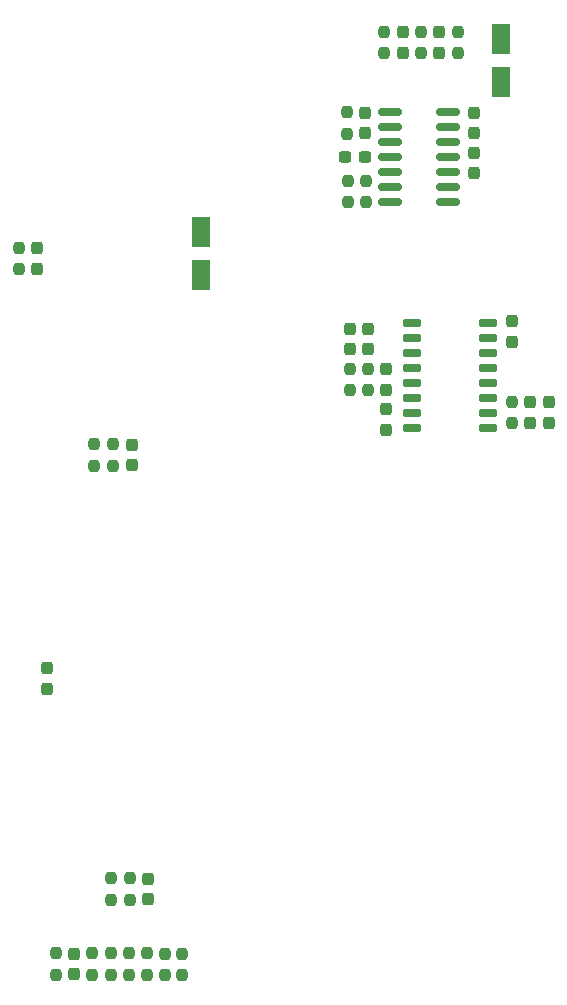
<source format=gbr>
%TF.GenerationSoftware,KiCad,Pcbnew,6.0.7+dfsg-1~bpo11+1*%
%TF.CreationDate,2022-10-24T23:46:05+08:00*%
%TF.ProjectId,MiniDelay,4d696e69-4465-46c6-9179-2e6b69636164,rev?*%
%TF.SameCoordinates,Original*%
%TF.FileFunction,Paste,Bot*%
%TF.FilePolarity,Positive*%
%FSLAX46Y46*%
G04 Gerber Fmt 4.6, Leading zero omitted, Abs format (unit mm)*
G04 Created by KiCad (PCBNEW 6.0.7+dfsg-1~bpo11+1) date 2022-10-24 23:46:05*
%MOMM*%
%LPD*%
G01*
G04 APERTURE LIST*
G04 Aperture macros list*
%AMRoundRect*
0 Rectangle with rounded corners*
0 $1 Rounding radius*
0 $2 $3 $4 $5 $6 $7 $8 $9 X,Y pos of 4 corners*
0 Add a 4 corners polygon primitive as box body*
4,1,4,$2,$3,$4,$5,$6,$7,$8,$9,$2,$3,0*
0 Add four circle primitives for the rounded corners*
1,1,$1+$1,$2,$3*
1,1,$1+$1,$4,$5*
1,1,$1+$1,$6,$7*
1,1,$1+$1,$8,$9*
0 Add four rect primitives between the rounded corners*
20,1,$1+$1,$2,$3,$4,$5,0*
20,1,$1+$1,$4,$5,$6,$7,0*
20,1,$1+$1,$6,$7,$8,$9,0*
20,1,$1+$1,$8,$9,$2,$3,0*%
G04 Aperture macros list end*
%ADD10RoundRect,0.237500X-0.237500X0.250000X-0.237500X-0.250000X0.237500X-0.250000X0.237500X0.250000X0*%
%ADD11RoundRect,0.237500X-0.237500X0.300000X-0.237500X-0.300000X0.237500X-0.300000X0.237500X0.300000X0*%
%ADD12RoundRect,0.237500X-0.300000X-0.237500X0.300000X-0.237500X0.300000X0.237500X-0.300000X0.237500X0*%
%ADD13RoundRect,0.237500X0.237500X-0.250000X0.237500X0.250000X-0.237500X0.250000X-0.237500X-0.250000X0*%
%ADD14RoundRect,0.237500X0.237500X-0.300000X0.237500X0.300000X-0.237500X0.300000X-0.237500X-0.300000X0*%
%ADD15RoundRect,0.250000X0.550000X-1.050000X0.550000X1.050000X-0.550000X1.050000X-0.550000X-1.050000X0*%
%ADD16RoundRect,0.150000X0.650000X0.150000X-0.650000X0.150000X-0.650000X-0.150000X0.650000X-0.150000X0*%
%ADD17RoundRect,0.250000X-0.550000X1.050000X-0.550000X-1.050000X0.550000X-1.050000X0.550000X1.050000X0*%
%ADD18RoundRect,0.150000X0.825000X0.150000X-0.825000X0.150000X-0.825000X-0.150000X0.825000X-0.150000X0*%
G04 APERTURE END LIST*
D10*
%TO.C,R14*%
X140550000Y-101412500D03*
X140550000Y-103237500D03*
%TD*%
D11*
%TO.C,C22*%
X141800000Y-79737500D03*
X141800000Y-81462500D03*
%TD*%
D10*
%TO.C,R3*%
X120265000Y-150897500D03*
X120265000Y-152722500D03*
%TD*%
D11*
%TO.C,C19*%
X142075000Y-98037500D03*
X142075000Y-99762500D03*
%TD*%
D10*
%TO.C,R17*%
X118735000Y-150887500D03*
X118735000Y-152712500D03*
%TD*%
D12*
%TO.C,C4*%
X140112500Y-83475000D03*
X141837500Y-83475000D03*
%TD*%
D13*
%TO.C,R19*%
X140400000Y-87312500D03*
X140400000Y-85487500D03*
%TD*%
D10*
%TO.C,R6*%
X124835000Y-150917500D03*
X124835000Y-152742500D03*
%TD*%
D11*
%TO.C,C6*%
X151000000Y-79737500D03*
X151000000Y-81462500D03*
%TD*%
D14*
%TO.C,C10*%
X114050000Y-92925000D03*
X114050000Y-91200000D03*
%TD*%
%TO.C,C13*%
X143600000Y-106562500D03*
X143600000Y-104837500D03*
%TD*%
D13*
%TO.C,R5*%
X154250000Y-106025000D03*
X154250000Y-104200000D03*
%TD*%
D11*
%TO.C,C20*%
X148100000Y-72937500D03*
X148100000Y-74662500D03*
%TD*%
D13*
%TO.C,R11*%
X121875000Y-146375000D03*
X121875000Y-144550000D03*
%TD*%
D14*
%TO.C,C3*%
X114920000Y-128490000D03*
X114920000Y-126765000D03*
%TD*%
D10*
%TO.C,R10*%
X118900000Y-107787500D03*
X118900000Y-109612500D03*
%TD*%
D14*
%TO.C,C11*%
X143600000Y-103187500D03*
X143600000Y-101462500D03*
%TD*%
D13*
%TO.C,R2*%
X120325000Y-146387500D03*
X120325000Y-144562500D03*
%TD*%
D10*
%TO.C,R18*%
X121795000Y-150907500D03*
X121795000Y-152732500D03*
%TD*%
D11*
%TO.C,C5*%
X117205000Y-150937500D03*
X117205000Y-152662500D03*
%TD*%
D13*
%TO.C,R4*%
X123315000Y-152732500D03*
X123315000Y-150907500D03*
%TD*%
%TO.C,R21*%
X140300000Y-81512500D03*
X140300000Y-79687500D03*
%TD*%
D10*
%TO.C,R1*%
X115675000Y-150887500D03*
X115675000Y-152712500D03*
%TD*%
D13*
%TO.C,R9*%
X126350000Y-152762500D03*
X126350000Y-150937500D03*
%TD*%
D10*
%TO.C,R20*%
X141900000Y-85487500D03*
X141900000Y-87312500D03*
%TD*%
D14*
%TO.C,C21*%
X140555000Y-99762500D03*
X140555000Y-98037500D03*
%TD*%
D11*
%TO.C,C9*%
X157350000Y-104237500D03*
X157350000Y-105962500D03*
%TD*%
D10*
%TO.C,R16*%
X112525000Y-91162500D03*
X112525000Y-92987500D03*
%TD*%
D15*
%TO.C,C7*%
X127925000Y-93450000D03*
X127925000Y-89850000D03*
%TD*%
D13*
%TO.C,R7*%
X142075000Y-103237500D03*
X142075000Y-101412500D03*
%TD*%
D11*
%TO.C,C8*%
X155800000Y-104250000D03*
X155800000Y-105975000D03*
%TD*%
D10*
%TO.C,R12*%
X146575000Y-72875000D03*
X146575000Y-74700000D03*
%TD*%
D16*
%TO.C,U2*%
X152250000Y-97555000D03*
X152250000Y-98825000D03*
X152250000Y-100095000D03*
X152250000Y-101365000D03*
X152250000Y-102635000D03*
X152250000Y-103905000D03*
X152250000Y-105175000D03*
X152250000Y-106445000D03*
X145750000Y-106445000D03*
X145750000Y-105175000D03*
X145750000Y-103905000D03*
X145750000Y-102635000D03*
X145750000Y-101365000D03*
X145750000Y-100095000D03*
X145750000Y-98825000D03*
X145750000Y-97555000D03*
%TD*%
D17*
%TO.C,C18*%
X153300000Y-73500000D03*
X153300000Y-77100000D03*
%TD*%
D18*
%TO.C,U1*%
X148875000Y-79665000D03*
X148875000Y-80935000D03*
X148875000Y-82205000D03*
X148875000Y-83475000D03*
X148875000Y-84745000D03*
X148875000Y-86015000D03*
X148875000Y-87285000D03*
X143925000Y-87285000D03*
X143925000Y-86015000D03*
X143925000Y-84745000D03*
X143925000Y-83475000D03*
X143925000Y-82205000D03*
X143925000Y-80935000D03*
X143925000Y-79665000D03*
%TD*%
D14*
%TO.C,C12*%
X123475000Y-146325000D03*
X123475000Y-144600000D03*
%TD*%
D11*
%TO.C,C17*%
X154240000Y-97377500D03*
X154240000Y-99102500D03*
%TD*%
%TO.C,C16*%
X122100000Y-107837500D03*
X122100000Y-109562500D03*
%TD*%
%TO.C,C15*%
X145000000Y-72937500D03*
X145000000Y-74662500D03*
%TD*%
D10*
%TO.C,R15*%
X149700000Y-72887500D03*
X149700000Y-74712500D03*
%TD*%
D11*
%TO.C,C14*%
X151000000Y-83137500D03*
X151000000Y-84862500D03*
%TD*%
D13*
%TO.C,R8*%
X120500000Y-109612500D03*
X120500000Y-107787500D03*
%TD*%
%TO.C,R13*%
X143400000Y-74712500D03*
X143400000Y-72887500D03*
%TD*%
M02*

</source>
